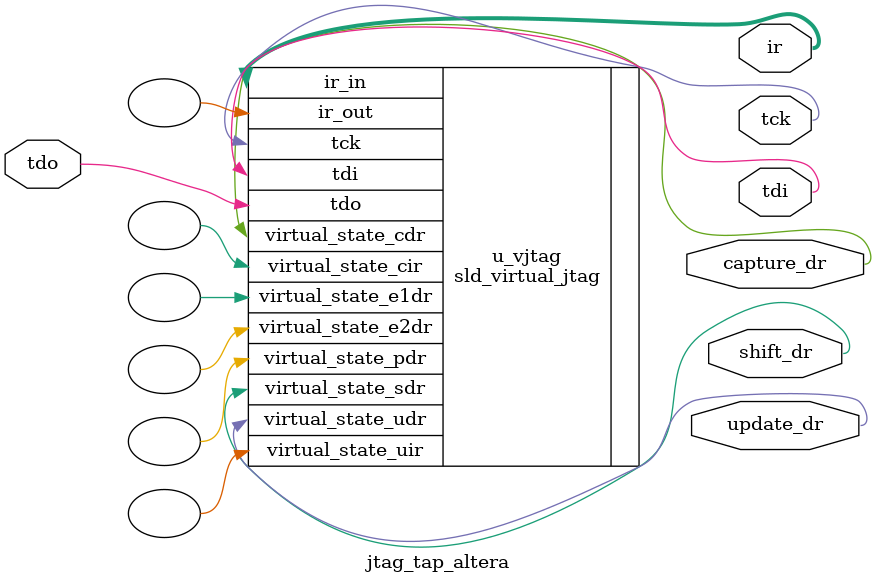
<source format=v>
`define ALTERA_VJTAG

module jtag_tap_altera
    #( 
        parameter IR_BITS    = 4
    ) 
    (
        output wire                 tck,
        output wire                 tdi,
        input  wire                 tdo,

        output wire [IR_BITS-1:0]   ir,

        output wire                 capture_dr,
        output wire                 shift_dr,
        output wire                 update_dr
    );

	sld_virtual_jtag u_vjtag (
		.tck				(tck),
		.tdi				(tdi),
		.tdo				(tdo),

		.ir_out				(),
		.ir_in				(ir),

		.virtual_state_cdr	(capture_dr),
		.virtual_state_cir  ( ),
		.virtual_state_e1dr	( ),
		.virtual_state_e2dr	( ),
		.virtual_state_pdr	( ),
		.virtual_state_sdr	(shift_dr),
		.virtual_state_udr	(update_dr),
		.virtual_state_uir	( )
		);

    defparam
        u_vjtag.sld_auto_instance_index = "YES",
        u_vjtag.sld_instance_index = 0,
        u_vjtag.sld_ir_width = IR_BITS;

endmodule

</source>
